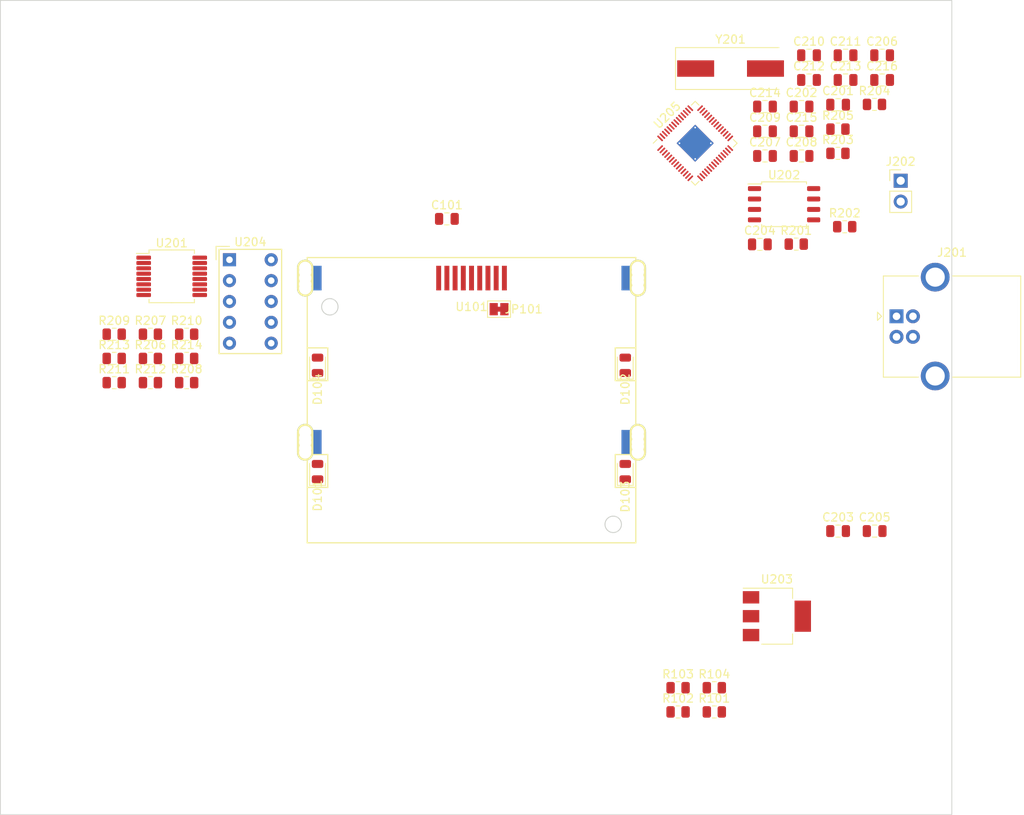
<source format=kicad_pcb>
(kicad_pcb (version 20211014) (generator pcbnew)
  (layers (0 "F.Cu" signal) (31 "B.Cu" signal) (34 "B.Paste" user) (35 "F.Paste" user) (36 "B.SilkS" user "B.Silkscreen") (37 "F.SilkS" user "F.Silkscreen") (38 "B.Mask" user) (39 "F.Mask" user) (44 "Edge.Cuts" user))
  (net 0 "")
  (net 1 "VBUS")
  (net 2 "+3.3V")
  (net 3 "Net-(D101-Pad2)")
  (net 4 "GND")
  (net 5 "Net-(D102-Pad2)")
  (net 6 "Net-(D103-Pad2)")
  (net 7 "Net-(D104-Pad2)")
  (net 8 "Net-(J202-Pad1)")
  (net 9 "Net-(R204-Pad1)")
  (net 10 "Net-(JP101-Pad1)")
  (net 15 "Net-(C101-Pad1)")
  (net 16 "/MCU/XIN")
  (net 17 "Net-(C202-Pad2)")
  (net 18 "/MCU/XOUT")
  (net 19 "Net-(R205-Pad1)")
  (net 20 "+1V1")
  (net 21 "+3V3")
  (net 22 "/MCU/USB_D+")
  (net 24 "/MCU/USB_D-")
  (net 27 "Net-(U201-Pad4)")
  (net 28 "Net-(U204-Pad10)")
  (net 29 "Net-(U201-Pad6)")
  (net 30 "Net-(U204-Pad8)")
  (net 31 "Net-(U201-Pad9)")
  (net 32 "Net-(U204-Pad4)")
  (net 33 "Net-(U201-Pad11)")
  (net 34 "Net-(U204-Pad3)")
  (net 35 "Net-(U201-Pad5)")
  (net 37 "Net-(U204-Pad9)")
  (net 38 "Net-(U201-Pad7)")
  (net 39 "Net-(U204-Pad5)")
  (net 40 "Net-(U201-Pad10)")
  (net 41 "Net-(U204-Pad2)")
  (net 42 "Net-(U201-Pad12)")
  (net 43 "Net-(U204-Pad7)")
  (net 44 "/MCU/SCL")
  (net 45 "/MCU/SDA")
  (net 53 "/MCU/QSPI_SS")
  (net 54 "/MCU/QSPI_SD3")
  (net 55 "/MCU/QSPI_SCLK")
  (net 56 "/MCU/QSPI_SD0")
  (net 57 "/MCU/QSPI_SD2")
  (net 58 "/MCU/QSPI_SD1")
  (footprint "Resistor_SMD:R_0805_2012Metric" (layer "F.Cu") (at 111.32 100)
    (fp_text reference "R214" (at 0 -1.65) (layer "F.SilkS"))
    (fp_text value "240")
    (fp_line (start -0.227064 0.735) (end 0.227064 0.735) (layer "F.SilkS") (width 0.12))
    (fp_line (start -0.227064 -0.735) (end 0.227064 -0.735) (layer "F.SilkS") (width 0.12))
    (pad "1" smd roundrect (at -0.9125 0) (size 1.025 1.4) (layers "F.Cu" "F.Paste" "F.Mask") (roundrect_rratio 0.243902) (net 42 "Net-(U201-Pad12)"))
    (pad "2" smd roundrect (at 0.9125 0) (size 1.025 1.4) (layers "F.Cu" "F.Paste" "F.Mask") (roundrect_rratio 0.243902) (net 43 "Net-(U204-Pad7)"))
  )
  (footprint "Resistor_SMD:R_0805_2012Metric" (layer "F.Cu") (at 195.057 69.058)
    (fp_text reference "R204" (at 0 -1.65) (layer "F.SilkS"))
    (fp_text value "27")
    (fp_line (start -0.227064 0.735) (end 0.227064 0.735) (layer "F.SilkS") (width 0.12))
    (fp_line (start -0.227064 -0.735) (end 0.227064 -0.735) (layer "F.SilkS") (width 0.12))
    (pad "1" smd roundrect (at -0.9125 0) (size 1.025 1.4) (layers "F.Cu" "F.Paste" "F.Mask") (roundrect_rratio 0.243902) (net 9 "Net-(R204-Pad1)"))
    (pad "2" smd roundrect (at 0.9125 0) (size 1.025 1.4) (layers "F.Cu" "F.Paste" "F.Mask") (roundrect_rratio 0.243902) (net 22 "/MCU/USB_D+"))
  )
  (footprint "LED_SMD:LED_0805_2012Metric" (layer "F.Cu") (at 127.254 113.792 90)
    (fp_text reference "D101" (at -2.921 0 90) (layer "F.SilkS"))
    (fp_text value "BL1")
    (fp_line (start 1 -0.96) (end -1.685 -0.96) (layer "F.SilkS") (width 0.12))
    (fp_line (start -1.685 -0.96) (end -1.685 0.96) (layer "F.SilkS") (width 0.12))
    (fp_line (start -1.685 0.96) (end 1 0.96) (layer "F.SilkS") (width 0.12))
    (pad "1" smd roundrect (at -0.9375 0 90) (size 0.975 1.4) (layers "F.Cu" "F.Paste" "F.Mask") (net 21 "+3V3"))
    (pad "2" smd roundrect (at 0.9375 0 90) (size 0.975 1.4) (layers "F.Cu" "F.Paste" "F.Mask") (net 3 "Net-(D101-Pad2)"))
  )
  (footprint "Capacitor_SMD:C_0805_2012Metric" (layer "F.Cu") (at 191.537 66.078)
    (fp_text reference "C213" (at 0 -1.68) (layer "F.SilkS"))
    (fp_text value "100n")
    (fp_line (start -0.261252 -0.735) (end 0.261252 -0.735) (layer "F.SilkS") (width 0.12))
    (fp_line (start -0.261252 0.735) (end 0.261252 0.735) (layer "F.SilkS") (width 0.12))
    (pad "1" smd roundrect (at -0.95 0) (size 1 1.45) (layers "F.Cu" "F.Paste" "F.Mask") (net 4 "GND"))
    (pad "2" smd roundrect (at 0.95 0) (size 1 1.45) (layers "F.Cu" "F.Paste" "F.Mask") (net 21 "+3V3"))
  )
  (footprint "Capacitor_SMD:C_0805_2012Metric" (layer "F.Cu") (at 195.987 66.078)
    (fp_text reference "C216" (at 0 -1.68) (layer "F.SilkS"))
    (fp_text value "1u")
    (fp_line (start -0.261252 0.735) (end 0.261252 0.735) (layer "F.SilkS") (width 0.12))
    (fp_line (start -0.261252 -0.735) (end 0.261252 -0.735) (layer "F.SilkS") (width 0.12))
    (pad "1" smd roundrect (at -0.95 0) (size 1 1.45) (layers "F.Cu" "F.Paste" "F.Mask") (net 4 "GND"))
    (pad "2" smd roundrect (at 0.95 0) (size 1 1.45) (layers "F.Cu" "F.Paste" "F.Mask") (net 21 "+3V3"))
  )
  (footprint "Capacitor_SMD:C_0805_2012Metric" (layer "F.Cu") (at 195.077 121.031)
    (fp_text reference "C205" (at 0 -1.68) (layer "F.SilkS"))
    (fp_text value "10u")
    (fp_line (start -0.261252 0.735) (end 0.261252 0.735) (layer "F.SilkS") (width 0.12))
    (fp_line (start -0.261252 -0.735) (end 0.261252 -0.735) (layer "F.SilkS") (width 0.12))
    (pad "1" smd roundrect (at -0.95 0) (size 1 1.45) (layers "F.Cu" "F.Paste" "F.Mask") (net 4 "GND"))
    (pad "2" smd roundrect (at 0.95 0) (size 1 1.45) (layers "F.Cu" "F.Paste" "F.Mask") (net 2 "+3.3V"))
  )
  (footprint "Capacitor_SMD:C_0805_2012Metric" (layer "F.Cu") (at 181.727 72.328)
    (fp_text reference "C209" (at 0 -1.68) (layer "F.SilkS"))
    (fp_text value "100n")
    (fp_line (start -0.261252 -0.735) (end 0.261252 -0.735) (layer "F.SilkS") (width 0.12))
    (fp_line (start -0.261252 0.735) (end 0.261252 0.735) (layer "F.SilkS") (width 0.12))
    (pad "1" smd roundrect (at -0.95 0) (size 1 1.45) (layers "F.Cu" "F.Paste" "F.Mask") (net 4 "GND"))
    (pad "2" smd roundrect (at 0.95 0) (size 1 1.45) (layers "F.Cu" "F.Paste" "F.Mask") (net 21 "+3V3"))
  )
  (footprint "Resistor_SMD:R_0805_2012Metric" (layer "F.Cu") (at 102.5 100)
    (fp_text reference "R213" (at 0 -1.65) (layer "F.SilkS"))
    (fp_text value "240")
    (fp_line (start -0.227064 0.735) (end 0.227064 0.735) (layer "F.SilkS") (width 0.12))
    (fp_line (start -0.227064 -0.735) (end 0.227064 -0.735) (layer "F.SilkS") (width 0.12))
    (pad "1" smd roundrect (at -0.9125 0) (size 1.025 1.4) (layers "F.Cu" "F.Paste" "F.Mask") (roundrect_rratio 0.243902) (net 40 "Net-(U201-Pad10)"))
    (pad "2" smd roundrect (at 0.9125 0) (size 1.025 1.4) (layers "F.Cu" "F.Paste" "F.Mask") (roundrect_rratio 0.243902) (net 41 "Net-(U204-Pad2)"))
  )
  (footprint "Resistor_SMD:R_0805_2012Metric" (layer "F.Cu") (at 106.91 102.95)
    (fp_text reference "R212" (at 0 -1.65) (layer "F.SilkS"))
    (fp_text value "240")
    (fp_line (start -0.227064 -0.735) (end 0.227064 -0.735) (layer "F.SilkS") (width 0.12))
    (fp_line (start -0.227064 0.735) (end 0.227064 0.735) (layer "F.SilkS") (width 0.12))
    (pad "1" smd roundrect (at -0.9125 0) (size 1.025 1.4) (layers "F.Cu" "F.Paste" "F.Mask") (roundrect_rratio 0.243902) (net 38 "Net-(U201-Pad7)"))
    (pad "2" smd roundrect (at 0.9125 0) (size 1.025 1.4) (layers "F.Cu" "F.Paste" "F.Mask") (roundrect_rratio 0.243902) (net 39 "Net-(U204-Pad5)"))
  )
  (footprint "Resistor_SMD:R_0805_2012Metric" (layer "F.Cu") (at 106.91 97.05)
    (fp_text reference "R207" (at 0 -1.65) (layer "F.SilkS"))
    (fp_text value "240")
    (fp_line (start -0.227064 0.735) (end 0.227064 0.735) (layer "F.SilkS") (width 0.12))
    (fp_line (start -0.227064 -0.735) (end 0.227064 -0.735) (layer "F.SilkS") (width 0.12))
    (pad "1" smd roundrect (at -0.9125 0) (size 1.025 1.4) (layers "F.Cu" "F.Paste" "F.Mask") (roundrect_rratio 0.243902) (net 27 "Net-(U201-Pad4)"))
    (pad "2" smd roundrect (at 0.9125 0) (size 1.025 1.4) (layers "F.Cu" "F.Paste" "F.Mask") (roundrect_rratio 0.243902) (net 28 "Net-(U204-Pad10)"))
  )
  (footprint "Resistor_SMD:R_0805_2012Metric" (layer "F.Cu") (at 102.5 102.95)
    (fp_text reference "R211" (at 0 -1.65) (layer "F.SilkS"))
    (fp_text value "240")
    (fp_line (start -0.227064 0.735) (end 0.227064 0.735) (layer "F.SilkS") (width 0.12))
    (fp_line (start -0.227064 -0.735) (end 0.227064 -0.735) (layer "F.SilkS") (width 0.12))
    (pad "1" smd roundrect (at -0.9125 0) (size 1.025 1.4) (layers "F.Cu" "F.Paste" "F.Mask") (roundrect_rratio 0.243902) (net 35 "Net-(U201-Pad5)"))
    (pad "2" smd roundrect (at 0.9125 0) (size 1.025 1.4) (layers "F.Cu" "F.Paste" "F.Mask") (roundrect_rratio 0.243902) (net 37 "Net-(U204-Pad9)"))
  )
  (footprint "Resistor_SMD:R_0805_2012Metric" (layer "F.Cu") (at 171.147 140.111)
    (fp_text reference "R103" (at 0 -1.65) (layer "F.SilkS"))
    (fp_text value "450")
    (fp_line (start -0.227064 -0.735) (end 0.227064 -0.735) (layer "F.SilkS") (width 0.12))
    (fp_line (start -0.227064 0.735) (end 0.227064 0.735) (layer "F.SilkS") (width 0.12))
    (pad "1" smd roundrect (at -0.9125 0) (size 1.025 1.4) (layers "F.Cu" "F.Paste" "F.Mask") (roundrect_rratio 0.243902) (net 4 "GND"))
    (pad "2" smd roundrect (at 0.9125 0) (size 1.025 1.4) (layers "F.Cu" "F.Paste" "F.Mask") (roundrect_rratio 0.243902) (net 6 "Net-(D103-Pad2)"))
  )
  (footprint "Capacitor_SMD:C_0805_2012Metric" (layer "F.Cu") (at 190.627 121.031)
    (fp_text reference "C203" (at 0 -1.68) (layer "F.SilkS"))
    (fp_text value "10u")
    (fp_line (start -0.261252 0.735) (end 0.261252 0.735) (layer "F.SilkS") (width 0.12))
    (fp_line (start -0.261252 -0.735) (end 0.261252 -0.735) (layer "F.SilkS") (width 0.12))
    (pad "1" smd roundrect (at -0.95 0) (size 1 1.45) (layers "F.Cu" "F.Paste" "F.Mask") (net 4 "GND"))
    (pad "2" smd roundrect (at 0.95 0) (size 1 1.45) (layers "F.Cu" "F.Paste" "F.Mask") (net 1 "VBUS"))
  )
  (footprint "Resistor_SMD:R_0805_2012Metric" (layer "F.Cu") (at 190.607 75.018)
    (fp_text reference "R203" (at 0 -1.65) (layer "F.SilkS"))
    (fp_text value "1k")
    (fp_line (start -0.227064 -0.735) (end 0.227064 -0.735) (layer "F.SilkS") (width 0.12))
    (fp_line (start -0.227064 0.735) (end 0.227064 0.735) (layer "F.SilkS") (width 0.12))
    (pad "1" smd roundrect (at -0.9125 0) (size 1.025 1.4) (layers "F.Cu" "F.Paste" "F.Mask") (roundrect_rratio 0.243902) (net 17 "Net-(C202-Pad2)"))
    (pad "2" smd roundrect (at 0.9125 0) (size 1.025 1.4) (layers "F.Cu" "F.Paste" "F.Mask") (roundrect_rratio 0.243902) (net 18 "/MCU/XOUT"))
  )
  (footprint "Capacitor_SMD:C_0805_2012Metric" (layer "F.Cu") (at 187.087 63.068)
    (fp_text reference "C210" (at 0 -1.68) (layer "F.SilkS"))
    (fp_text value "100n")
    (fp_line (start -0.261252 0.735) (end 0.261252 0.735) (layer "F.SilkS") (width 0.12))
    (fp_line (start -0.261252 -0.735) (end 0.261252 -0.735) (layer "F.SilkS") (width 0.12))
    (pad "1" smd roundrect (at -0.95 0) (size 1 1.45) (layers "F.Cu" "F.Paste" "F.Mask") (net 4 "GND"))
    (pad "2" smd roundrect (at 0.95 0) (size 1 1.45) (layers "F.Cu" "F.Paste" "F.Mask") (net 21 "+3V3"))
  )
  (footprint "Connector_PinHeader_2.54mm:PinHeader_1x02_P2.54mm_Vertical" (layer "F.Cu") (at 198.247 78.354)
    (fp_text reference "J202" (at 0 -2.33) (layer "F.SilkS"))
    (fp_text value "USB_BOOT")
    (fp_line (start -1.33 1.27) (end 1.33 1.27) (layer "F.SilkS") (width 0.12))
    (fp_line (start -1.33 1.27) (end -1.33 3.87) (layer "F.SilkS") (width 0.12))
    (fp_line (start -1.33 -1.33) (end 0 -1.33) (layer "F.SilkS") (width 0.12))
    (fp_line (start -1.33 3.87) (end 1.33 3.87) (layer "F.SilkS") (width 0.12))
    (fp_line (start -1.33 0) (end -1.33 -1.33) (layer "F.SilkS") (width 0.12))
    (fp_line (start 1.33 1.27) (end 1.33 3.87) (layer "F.SilkS") (width 0.12))
    (pad "1" thru_hole rect (at 0 0) (size 1.7 1.7) (drill 1) (layers *.Cu *.Mask) (net 8 "Net-(J202-Pad1)"))
    (pad "2" thru_hole oval (at 0 2.54) (size 1.7 1.7) (drill 1) (layers *.Cu *.Mask) (net 4 "GND"))
  )
  (footprint "Capacitor_SMD:C_0805_2012Metric" (layer "F.Cu") (at 195.987 63.068)
    (fp_text reference "C206" (at 0 -1.68) (layer "F.SilkS"))
    (fp_text value "1u")
    (fp_line (start -0.261252 0.735) (end 0.261252 0.735) (layer "F.SilkS") (width 0.12))
    (fp_line (start -0.261252 -0.735) (end 0.261252 -0.735) (layer "F.SilkS") (width 0.12))
    (pad "1" smd roundrect (at -0.95 0) (size 1 1.45) (layers "F.Cu" "F.Paste" "F.Mask") (net 4 "GND"))
    (pad "2" smd roundrect (at 0.95 0) (size 1 1.45) (layers "F.Cu" "F.Paste" "F.Mask") (net 20 "+1V1"))
  )
  (footprint "Resistor_SMD:R_0805_2012Metric" (layer "F.Cu") (at 175.557 143.061)
    (fp_text reference "R101" (at 0 -1.65) (layer "F.SilkS"))
    (fp_text value "450")
    (fp_line (start -0.227064 -0.735) (end 0.227064 -0.735) (layer "F.SilkS") (width 0.12))
    (fp_line (start -0.227064 0.735) (end 0.227064 0.735) (layer "F.SilkS") (width 0.12))
    (pad "1" smd roundrect (at -0.9125 0) (size 1.025 1.4) (layers "F.Cu" "F.Paste" "F.Mask") (roundrect_rratio 0.243902) (net 4 "GND"))
    (pad "2" smd roundrect (at 0.9125 0) (size 1.025 1.4) (layers "F.Cu" "F.Paste" "F.Mask") (roundrect_rratio 0.243902) (net 3 "Net-(D101-Pad2)"))
  )
  (footprint "Display_7Segment:HDSP-7401" (layer "F.Cu") (at 116.5325 87.9825)
    (fp_text reference "U204" (at 2.54 -2.159) (layer "F.SilkS"))
    (fp_text value "HDSP-7401")
    (fp_line (start -1.63 0) (end -1.63 -1.63) (layer "F.SilkS") (width 0.12))
    (fp_line (start -1.27 -1.27) (end -1.27 11.43) (layer "F.SilkS") (width 0.15))
    (fp_line (start -1.27 11.43) (end 6.35 11.43) (layer "F.SilkS") (width 0.15))
    (fp_line (start -1.63 -1.63) (end 0 -1.63) (layer "F.SilkS") (width 0.12))
    (fp_line (start 6.35 -1.27) (end -1.27 -1.27) (layer "F.SilkS") (width 0.15))
    (fp_line (start 6.35 11.43) (end 6.35 -1.27) (layer "F.SilkS") (width 0.15))
    (pad "1" thru_hole rect (at 0 0) (size 1.6 1.6) (drill 0.8) (layers *.Cu *.Mask) (net 4 "GND"))
    (pad "2" thru_hole circle (at 0 2.54) (size 1.6 1.6) (drill 0.8) (layers *.Cu *.Mask) (net 41 "Net-(U204-Pad2)"))
    (pad "3" thru_hole circle (at 0 5.08) (size 1.6 1.6) (drill 0.8) (layers *.Cu *.Mask) (net 34 "Net-(U204-Pad3)"))
    (pad "4" thru_hole circle (at 0 7.62) (size 1.6 1.6) (drill 0.8) (layers *.Cu *.Mask) (net 32 "Net-(U204-Pad4)"))
    (pad "5" thru_hole circle (at 0 10.16) (size 1.6 1.6) (drill 0.8) (layers *.Cu *.Mask) (net 39 "Net-(U204-Pad5)"))
    (pad "6" thru_hole circle (at 5.08 10.16) (size 1.6 1.6) (drill 0.8) (layers *.Cu *.Mask) (net 4 "GND"))
    (pad "7" thru_hole circle (at 5.08 7.62) (size 1.6 1.6) (drill 0.8) (layers *.Cu *.Mask) (net 43 "Net-(U204-Pad7)"))
    (pad "8" thru_hole circle (at 5.08 5.08) (size 1.6 1.6) (drill 0.8) (layers *.Cu *.Mask) (net 30 "Net-(U204-Pad8)"))
    (pad "9" thru_hole circle (at 5.08 2.54) (size 1.6 1.6) (drill 0.8) (layers *.Cu *.Mask) (net 37 "Net-(U204-Pad9)"))
    (pad "10" thru_hole circle (at 5.08 0) (size 1.6 1.6) (drill 0.8) (layers *.Cu *.Mask) (net 28 "Net-(U204-Pad10)"))
  )
  (footprint "Capacitor_SMD:C_0805_2012Metric" (layer "F.Cu") (at 143 83)
    (fp_text reference "C101" (at 0 -1.68) (layer "F.SilkS"))
    (fp_text value "4.7uf")
    (fp_line (start -0.261252 0.735) (end 0.261252 0.735) (layer "F.SilkS") (width 0.12))
    (fp_line (start -0.261252 -0.735) (end 0.261252 -0.735) (layer "F.SilkS") (width 0.12))
    (pad "1" smd roundrect (at -0.95 0) (size 1 1.45) (layers "F.Cu" "F.Paste" "F.Mask") (net 15 "Net-(C101-Pad1)"))
    (pad "2" smd roundrect (at 0.95 0) (size 1 1.45) (layers "F.Cu" "F.Paste" "F.Mask") (net 4 "GND"))
  )
  (footprint "Package_DFN_QFN:QFN-56-1EP_7x7mm_P0.4mm_EP3.2x3.2mm_ThermalVias" (layer "F.Cu") (at 173.228 73.787 45)
    (fp_text reference "U205" (at 0 -4.82 45) (layer "F.SilkS"))
    (fp_text value "RP2040")
    (fp_line (start 3.61 3.61) (end 3.61 2.96) (layer "F.SilkS") (width 0.12))
    (fp_line (start 3.61 -3.61) (end 3.61 -2.96) (layer "F.SilkS") (width 0.12))
    (fp_line (start -2.96 -3.61) (end -3.61 -3.61) (layer "F.SilkS") (width 0.12))
    (fp_line (start 2.96 -3.61) (end 3.61 -3.61) (layer "F.SilkS") (width 0.12))
    (fp_line (start -2.96 3.61) (end -3.61 3.61) (layer "F.SilkS") (width 0.12))
    (fp_line (start 2.96 3.61) (end 3.61 3.61) (layer "F.SilkS") (width 0.12))
    (fp_line (start -3.61 3.61) (end -3.61 2.96) (layer "F.SilkS") (width 0.12))
    (pad "1" smd roundrect locked (at -3.4375 -2.6 45) (size 0.875 0.2) (layers "F.Cu" "F.Paste" "F.Mask") (net 21 "+3V3"))
    (pad "2" smd roundrect locked (at -3.4375 -2.2 45) (size 0.875 0.2) (layers "F.Cu" "F.Paste" "F.Mask"))
    (pad "3" smd roundrect locked (at -3.4375 -1.8 45) (size 0.875 0.2) (layers "F.Cu" "F.Paste" "F.Mask"))
    (pad "4" smd roundrect locked (at -3.4375 -1.4 45) (size 0.875 0.2) (layers "F.Cu" "F.Paste" "F.Mask"))
    (pad "5" smd roundrect locked (at -3.4375 -1 45) (size 0.875 0.2) (layers "F.Cu" "F.Paste" "F.Mask"))
    (pad "6" smd roundrect locked (at -3.4375 -0.6 45) (size 0.875 0.2) (layers "F.Cu" "F.Paste" "F.Mask") (net 45 "/MCU/SDA"))
    (pad "7" smd roundrect locked (at -3.4375 -0.2 45) (size 0.875 0.2) (layers "F.Cu" "F.Paste" "F.Mask") (net 44 "/MCU/SCL"))
    (pad "8" smd roundrect locked (at -3.4375 0.2 45) (size 0.875 0.2) (layers "F.Cu" "F.Paste" "F.Mask"))
    (pad "9" smd roundrect locked (at -3.4375 0.6 45) (size 0.875 0.2) (layers "F.Cu" "F.Paste" "F.Mask"))
    (pad "10" smd roundrect locked (at -3.4375 1 45) (size 0.875 0.2) (layers "F.Cu" "F.Paste" "F.Mask") (net 21 "+3V3"))
    (pad "11" smd roundrect locked (at -3.4375 1.4 45) (size 0.875 0.2) (layers "F.Cu" "F.Paste" "F.Mask"))
    (pad "12" smd roundrect locked (at -3.4375 1.8 45) (size 0.875 0.2) (layers "F.Cu" "F.Paste" "F.Mask"))
    (pad "13" smd roundrect locked (at -3.4375 2.2 45) (size 0.875 0.2) (layers "F.Cu" "F.Paste" "F.Mask"))
    (pad "14" smd roundrect locked (at -3.4375 2.6 45) (size 0.875 0.2) (layers "F.Cu" "F.Paste" "F.Mask"))
    (pad "15" smd roundrect locked (at -2.6 3.4375 45) (size 0.2 0.875) (layers "F.Cu" "F.Paste" "F.Mask"))
    (pad "16" smd roundrect locked (at -2.2 3.4375 45) (size 0.2 0.875) (layers "F.Cu" "F.Paste" "F.Mask"))
    (pad "17" smd roundrect locked (at -1.8 3.4375 45) (size 0.2 0.875) (layers "F.Cu" "F.Paste" "F.Mask"))
    (pad "18" smd roundrect locked (at -1.4 3.4375 45) (size 0.2 0.875) (layers "F.Cu" "F.Paste" "F.Mask"))
    (pad "19" smd roundrect locked (at -1 3.4375 45) (size 0.2 0.875) (layers "F.Cu" "F.Paste" "F.Mask") (net 4 "GND"))
    (pad "20" smd roundrect locked (at -0.6 3.4375 45) (size 0.2 0.875) (layers "F.Cu" "F.Paste" "F.Mask") (net 16 "/MCU/XIN"))
    (pad "21" smd roundrect locked (at -0.2 3.4375 45) (size 0.2 0.875) (layers "F.Cu" "F.Paste" "F.Mask") (net 18 "/MCU/XOUT"))
    (pad "22" smd roundrect locked (at 0.2 3.4375 45) (size 0.2 0.875) (layers "F.Cu" "F.Paste" "F.Mask") (net 21 "+3V3"))
    (pad "23" smd roundrect locked (at 0.6 3.4375 45) (size 0.2 0.875) (layers "F.Cu" "F.Paste" "F.Mask") (net 20 "+1V1"))
    (pad "24" smd roundrect locked (at 1 3.4375 45) (size 0.2 0.875) (layers "F.Cu" "F.Paste" "F.Mask"))
    (pad "25" smd roundrect locked (at 1.4 3.4375 45) (size 0.2 0.875) (layers "F.Cu" "F.Paste" "F.Mask"))
    (pad "26" smd roundrect locked (at 1.8 3.4375 45) (size 0.2 0.875) (layers "F.Cu" "F.Paste" "F.Mask"))
    (pad "27" smd roundrect locked (at 2.2 3.4375 45) (size 0.2 0.875) (layers "F.Cu" "F.Paste" "F.Mask"))
    (pad "28" smd roundrect locked (at 2.6 3.4375 45) (size 0.2 0.875) (layers "F.Cu" "F.Paste" "F.Mask"))
    (pad "29" smd roundrect locked (at 3.4375 2.6 45) (size 0.875 0.2) (layers "F.Cu" "F.Paste" "F.Mask"))
    (pad "30" smd roundrect locked (at 3.4375 2.2 45) (size 0.875 0.2) (layers "F.Cu" "F.Paste" "F.Mask"))
    (pad "31" smd roundrect locked (at 3.4375 1.8 45) (size 0.875 0.2) (layers "F.Cu" "F.Paste" "F.Mask"))
    (pad "32" smd roundrect locked (at 3.4375 1.4 45) (size 0.875 0.2) (layers "F.Cu" "F.Paste" "F.Mask"))
    (pad "33" smd roundrect locked (at 3.4375 1 45) (size 0.875 0.2) (layers "F.Cu" "F.Paste" "F.Mask") (net 21 "+3V3"))
    (pad "34" smd roundrect locked (at 3.4375 0.6 45) (size 0.875 0.2) (layers "F.Cu" "F.Paste" "F.Mask"))
    (pad "35" smd roundrect locked (at 3.4375 0.2 45) (size 0.875 0.2) (layers "F.Cu" "F.Paste" "F.Mask"))
    (pad "36" smd roundrect locked (at 3.4375 -0.2 45) (size 0.875 0.2) (layers "F.Cu" "F.Paste" "F.Mask"))
    (pad "37" smd roundrect locked (at 3.4375 -0.6 45) (size 0.875 0.2) (layers "F.Cu" "F.Paste" "F.Mask"))
    (pad "38" smd roundrect locked (at 3.4375 -1 45) (size 0.875 0.2) (layers "F.Cu" "F.Paste" "F.Mask"))
    (pad "39" smd roundrect locked (at 3.4375 -1.4 45) (size 0.875 0.2) (layers "F.Cu" "F.Paste" "F.Mask"))
    (pad "40" smd roundrect locked (at 3.4375 -1.8 45) (size 0.875 0.2) (layers "F.Cu" "F.Paste" "F.Mask"))
    (pad "41" smd roundrect locked (at 3.4375 -2.2 45) (size 0.875 0.2) (layers "F.Cu" "F.Paste" "F.Mask"))
    (pad "42" smd roundrect locked (at 3.4375 -2.6 45) (size 0.875 0.2) (layers "F.Cu" "F.Paste" "F.Mask") (net 21 "+3V3"))
    (pad "43" smd roundrect locked (at 2.6 -3.4375 45) (size 0.2 0.875) (layers "F.Cu" "F.Paste" "F.Mask") (net 21 "+3V3"))
    (pad "44" smd roundrect locked (at 2.2 -3.4375 45) (size 0.2 0.875) (layers "F.Cu" "F.Paste" "F.Mask") (net 21 "+3V3"))
    (pad "45" smd roundrect locked (at 1.8 -3.4375 45) (size 0.2 0.875) (layers "F.Cu" "F.Paste" "F.Mask") (net 20 "+1V1"))
    (pad "46" smd roundrect locked (at 1.4 -3.4375 45) (size 0.2 0.875) (layers "F.Cu" "F.Paste" "F.Mask") (net 19 "Net-(R205-Pad1)"))
    (pad "47" smd roundrect locked (at 1 -3.4375 45) (size 0.2 0.875) (layers "F.Cu" "F.Paste" "F.Mask") (net 9 "Net-(R204-Pad1)"))
    (pad "48" smd roundrect locked (at 0.6 -3.4375 45) (size 0.2 0.875) (layers "F.Cu" "F.Paste" "F.Mask") (net 21 "+3V3"))
    (pad "49" smd roundrect locked (at 0.2 -3.4375 45) (size 0.2 0.875) (layers "F.Cu" "F.Paste" "F.Mask") (net 21 "+3V3"))
    (pad "50" smd roundrect locked (at -0.2 -3.4375 45) (size 0.2 0.875) (layers "F.Cu" "F.Paste" "F.Mask") (net 20 "+1V1"))
    (pad "51" smd roundrect locked (at -0.6 -3.4375 45) (size 0.2 0.875) (layers "F.Cu" "F.Paste" "F.Mask") (net 54 "/MCU/QSPI_SD3"))
    (pad "52" smd roundrect locked (at -1 -3.4375 45) (size 0.2 0.875) (layers "F.Cu" "F.Paste" "F.Mask") (net 55 "/MCU/QSPI_SCLK"))
    (pad "53" smd roundrect locked (at -1.4 -3.4375 45) (size 0.2 0.875) (layers "F.Cu" "F.Paste" "F.Mask") (net 56 "/MCU/QSPI_SD0"))
    (pad "54" smd roundrect locked (at -1.8 -3.4375 45) (size 0.2 0.875) (layers "F.Cu" "F.Paste" "F.Mask") (net 57 "/MCU/QSPI_SD2"))
    (pad "55" smd roundrect locked (at -2.2 -3.4375 45) (size 0.2 0.875) (layers "F.Cu" "F.Paste" "F.Mask") (net 58 "/MCU/QSPI_SD1"))
    (pad "56" smd roundrect locked (at -2.6 -3.4375 45) (size 0.2 0.875) (layers "F.Cu" "F.Paste" "F.Mask") (net 53 "/MCU/QSPI_SS"))
    (pad "57" smd rect locked (at 0 0 45) (size 3.2 3.2) (layers "B.Cu") (net 4 "GND"))
    (pad "57" thru_hole circle locked (at -1.35 1.35 45) (size 0.5 0.5) (drill 0.2) (layers *.Cu) (net 4 "GND"))
    (pad "57" thru_hole circle locked (at -1.35 -1.35 45) (size 0.5 0.5) (drill 0.2) (layers *.Cu) (net 4 "GND"))
    (pad "57" thru_hole circle locked (at 1.35 -1.35 45) (size 0.5 0.5) (drill 0.2) (layers *.Cu) (net 4 "GND"))
    (pad "57" thru_hole circle locked (at 1.35 1.35 45) (size 0.5 0.5) (drill 0.2) (layers *.Cu) (net 4 "GND"))
    (pad "57" smd rect locked (at 0 0 45) (size 3.2 3.2) (layers "F.Cu" "F.Mask") (net 4 "GND"))
  )
  (footprint "Resistor_SMD:R_0805_2012Metric" (layer "F.Cu") (at 185.532 86.076)
    (fp_text reference "R201" (at 0 -1.65) (layer "F.SilkS"))
    (fp_text value "1k")
    (fp_line (start -0.227064 -0.735) (end 0.227064 -0.735) (layer "F.SilkS") (width 0.12))
    (fp_line (start -0.227064 0.735) (end 0.227064 0.735) (layer "F.SilkS") (width 0.12))
    (pad "1" smd roundrect (at -0.9125 0) (size 1.025 1.4) (layers "F.Cu" "F.Paste" "F.Mask") (roundrect_rratio 0.243902) (net 8 "Net-(J202-Pad1)"))
    (pad "2" smd roundrect (at 0.9125 0) (size 1.025 1.4) (layers "F.Cu" "F.Paste" "F.Mask") (roundrect_rratio 0.243902) (net 53 "/MCU/QSPI_SS"))
  )
  (footprint "LED_SMD:LED_0805_2012Metric" (layer "F.Cu") (at 127.254 100.838 90)
    (fp_text reference "D104" (at -2.921 0 90) (layer "F.SilkS"))
    (fp_text value "BL4")
    (fp_line (start -1.685 -0.96) (end -1.685 0.96) (layer "F.SilkS") (width 0.12))
    (fp_line (start 1 -0.96) (end -1.685 -0.96) (layer "F.SilkS") (width 0.12))
    (fp_line (start -1.685 0.96) (end 1 0.96) (layer "F.SilkS") (width 0.12))
    (pad "1" smd roundrect (at -0.9375 0 90) (size 0.975 1.4) (layers "F.Cu" "F.Paste" "F.Mask") (net 21 "+3V3"))
    (pad "2" smd roundrect (at 0.9375 0 90) (size 0.975 1.4) (layers "F.Cu" "F.Paste" "F.Mask") (net 7 "Net-(D104-Pad2)"))
  )
  (footprint "Capacitor_SMD:C_0805_2012Metric" (layer "F.Cu") (at 186.177 72.328)
    (fp_text reference "C215" (at 0 -1.68) (layer "F.SilkS"))
    (fp_text value "100n")
    (fp_line (start -0.261252 0.735) (end 0.261252 0.735) (layer "F.SilkS") (width 0.12))
    (fp_line (start -0.261252 -0.735) (end 0.261252 -0.735) (layer "F.SilkS") (width 0.12))
    (pad "1" smd roundrect (at -0.95 0) (size 1 1.45) (layers "F.Cu" "F.Paste" "F.Mask") (net 4 "GND"))
    (pad "2" smd roundrect (at 0.95 0) (size 1 1.45) (layers "F.Cu" "F.Paste" "F.Mask") (net 21 "+3V3"))
  )
  (footprint "Resistor_SMD:R_0805_2012Metric" (layer "F.Cu") (at 111.32 102.95)
    (fp_text reference "R208" (at 0 -1.65) (layer "F.SilkS"))
    (fp_text value "240")
    (fp_line (start -0.227064 -0.735) (end 0.227064 -0.735) (layer "F.SilkS") (width 0.12))
    (fp_line (start -0.227064 0.735) (end 0.227064 0.735) (layer "F.SilkS") (width 0.12))
    (pad "1" smd roundrect (at -0.9125 0) (size 1.025 1.4) (layers "F.Cu" "F.Paste" "F.Mask") (roundrect_rratio 0.243902) (net 29 "Net-(U201-Pad6)"))
    (pad "2" smd roundrect (at 0.9125 0) (size 1.025 1.4) (layers "F.Cu" "F.Paste" "F.Mask") (roundrect_rratio 0.243902) (net 30 "Net-(U204-Pad8)"))
  )
  (footprint "Resistor_SMD:R_0805_2012Metric" (layer "F.Cu") (at 191.432 83.956)
    (fp_text reference "R202" (at 0 -1.65) (layer "F.SilkS"))
    (fp_text value "DNP")
    (fp_line (start -0.227064 0.735) (end 0.227064 0.735) (layer "F.SilkS") (width 0.12))
    (fp_line (start -0.227064 -0.735) (end 0.227064 -0.735) (layer "F.SilkS") (width 0.12))
    (pad "1" smd roundrect (at -0.9125 0) (size 1.025 1.4) (layers "F.Cu" "F.Paste" "F.Mask") (roundrect_rratio 0.243902) (net 53 "/MCU/QSPI_SS"))
    (pad "2" smd roundrect (at 0.9125 0) (size 1.025 1.4) (layers "F.Cu" "F.Paste" "F.Mask") (roundrect_rratio 0.243902) (net 21 "+3V3"))
  )
  (footprint "Capacitor_SMD:C_0805_2012Metric" (layer "F.Cu") (at 186.177 69.318)
    (fp_text reference "C202" (at 0 -1.68) (layer "F.SilkS"))
    (fp_text value "27p")
    (fp_line (start -0.261252 0.735) (end 0.261252 0.735) (layer "F.SilkS") (width 0.12))
    (fp_line (start -0.261252 -0.735) (end 0.261252 -0.735) (layer "F.SilkS") (width 0.12))
    (pad "1" smd roundrect (at -0.95 0) (size 1 1.45) (layers "F.Cu" "F.Paste" "F.Mask") (net 4 "GND"))
    (pad "2" smd roundrect (at 0.95 0) (size 1 1.45) (layers "F.Cu" "F.Paste" "F.Mask") (net 17 "Net-(C202-Pad2)"))
  )
  (footprint "Resistor_SMD:R_0805_2012Metric" (layer "F.Cu") (at 102.5 97.05)
    (fp_text reference "R209" (at 0 -1.65) (layer "F.SilkS"))
    (fp_text value "240")
    (fp_line (start -0.227064 -0.735) (end 0.227064 -0.735) (layer "F.SilkS") (width 0.12))
    (fp_line (start -0.227064 0.735) (end 0.227064 0.735) (layer "F.SilkS") (width 0.12))
    (pad "1" smd roundrect (at -0.9125 0) (size 1.025 1.4) (layers "F.Cu" "F.Paste" "F.Mask") (roundrect_rratio 0.243902) (net 31 "Net-(U201-Pad9)"))
    (pad "2" smd roundrect (at 0.9125 0) (size 1.025 1.4) (layers "F.Cu" "F.Paste" "F.Mask") (roundrect_rratio 0.243902) (net 32 "Net-(U204-Pad4)"))
  )
  (footprint "LED_SMD:LED_0805_2012Metric" (layer "F.Cu") (at 164.719 100.838 90)
    (fp_text reference "D102" (at -2.921 0 90) (layer "F.SilkS"))
    (fp_text value "BL2")
    (fp_line (start -1.685 -0.96) (end -1.685 0.96) (layer "F.SilkS") (width 0.12))
    (fp_line (start -1.685 0.96) (end 1 0.96) (layer "F.SilkS") (width 0.12))
    (fp_line (start 1 -0.96) (end -1.685 -0.96) (layer "F.SilkS") (width 0.12))
    (pad "1" smd roundrect (at -0.9375 0 90) (size 0.975 1.4) (layers "F.Cu" "F.Paste" "F.Mask") (net 21 "+3V3"))
    (pad "2" smd roundrect (at 0.9375 0 90) (size 0.975 1.4) (layers "F.Cu" "F.Paste" "F.Mask") (net 5 "Net-(D102-Pad2)"))
  )
  (footprint "Capacitor_SMD:C_0805_2012Metric" (layer "F.Cu") (at 190.627 69.088)
    (fp_text reference "C201" (at 0 -1.68) (layer "F.SilkS"))
    (fp_text value "27p")
    (fp_line (start -0.261252 0.735) (end 0.261252 0.735) (layer "F.SilkS") (width 0.12))
    (fp_line (start -0.261252 -0.735) (end 0.261252 -0.735) (layer "F.SilkS") (width 0.12))
    (pad "1" smd roundrect (at -0.95 0) (size 1 1.45) (layers "F.Cu" "F.Paste" "F.Mask") (net 4 "GND"))
    (pad "2" smd roundrect (at 0.95 0) (size 1 1.45) (layers "F.Cu" "F.Paste" "F.Mask") (net 16 "/MCU/XIN"))
  )
  (footprint "Resistor_SMD:R_0805_2012Metric" (layer "F.Cu") (at 111.32 97.05)
    (fp_text reference "R210" (at 0 -1.65) (layer "F.SilkS"))
    (fp_text value "240")
    (fp_line (start -0.227064 -0.735) (end 0.227064 -0.735) (layer "F.SilkS") (width 0.12))
    (fp_line (start -0.227064 0.735) (end 0.227064 0.735) (layer "F.SilkS") (width 0.12))
    (pad "1" smd roundrect (at -0.9125 0) (size 1.025 1.4) (layers "F.Cu" "F.Paste" "F.Mask") (roundrect_rratio 0.243902) (net 33 "Net-(U201-Pad11)"))
    (pad "2" smd roundrect (at 0.9125 0) (size 1.025 1.4) (layers "F.Cu" "F.Paste" "F.Mask") (roundrect_rratio 0.243902) (net 34 "Net-(U204-Pad3)"))
  )
  (footprint "Resistor_SMD:R_0805_2012Metric" (layer "F.Cu") (at 175.557 140.111)
    (fp_text reference "R104" (at 0 -1.65) (layer "F.SilkS"))
    (fp_text value "450")
    (fp_line (start -0.227064 0.735) (end 0.227064 0.735) (layer "F.SilkS") (width 0.12))
    (fp_line (start -0.227064 -0.735) (end 0.227064 -0.735) (layer "F.SilkS") (width 0.12))
    (pad "1" smd roundrect (at -0.9125 0) (size 1.025 1.4) (layers "F.Cu" "F.Paste" "F.Mask") (roundrect_rratio 0.243902) (net 4 "GND"))
    (pad "2" smd roundrect (at 0.9125 0) (size 1.025 1.4) (layers "F.Cu" "F.Paste" "F.Mask") (roundrect_rratio 0.243902) (net 7 "Net-(D104-Pad2)"))
  )
  (footprint "Nokia_5110-3310_LCD:Nokia_5110-3310_LCD" (layer "F.Cu") (at 146 87.7125)
    (fp_text reference "U101" (at 0 6) (layer "F.SilkS"))
    (fp_text value "Nokia_5110_LCD")
    (fp_line (start -20 11) (end -17.5 11) (layer "F.SilkS") (width 0.15))
    (fp_line (start 17.5 15) (end 20 15) (layer "F.SilkS") (width 0.15))
    (fp_line (start 17.5 24) (end 17.5 28) (layer "F.SilkS") (width 0.15))
    (fp_line (start -20 24) (end -17.5 24) (layer "F.SilkS") (width 0.15))
    (fp_line (start -20 0) (end 20 0) (layer "F.SilkS") (width 0.15))
    (fp_line (start 17.5 28) (end 20 28) (layer "F.SilkS") (width 0.15))
    (fp_line (start -17.5 24) (end -17.5 28) (layer "F.SilkS") (width 0.15))
    (fp_line (start 17.5 11) (end 17.5 15) (layer "F.SilkS") (width 0.15))
    (fp_line (start 20 11) (end 17.5 11) (layer "F.SilkS") (width 0.15))
    (fp_line (start -20 0) (end -20 34.75) (layer "F.SilkS") (width 0.15))
    (fp_line (start 20 24) (end 17.5 24) (layer "F.SilkS") (width 0.15))
    (fp_line (start -17.5 11) (end -17.5 15) (layer "F.SilkS") (width 0.15))
    (fp_line (start 20 0) (end 20 34.75) (layer "F.SilkS") (width 0.15))
    (fp_line (start -17.5 28) (end -20 28) (layer "F.SilkS") (width 0.15))
    (fp_line (start -17.5 15) (end -20 15) (layer "F.SilkS") (width 0.15))
    (fp_line (start 20 34.75) (end -20 34.75) (layer "F.SilkS") (width 0.15))
    (fp_circle (center -17.25 6) (end -16.25 6) (layer "Edge.Cuts") (width 0.12) (fill none))
    (fp_circle (center 17.25 32.5) (end 18.25 32.5) (layer "Edge.Cuts") (width 0.12) (fill none))
    (pad "" np_thru_hole circle (at 20.25 3) (size 1.5 1.5) (drill 1.5) (layers *.Mask "B.Cu" "F.SilkS"))
    (pad "" np_thru_hole circle (at 20.25 21.75) (size 1.5 1.5) (drill 1.5) (layers *.Mask "B.Cu" "F.SilkS"))
    (pad "" np_thru_hole circle (at 20.25 3.75) (size 1.5 1.5) (drill 1.5) (layers *.Mask "B.Cu" "F.SilkS"))
    (pad "" np_thru_hole oval (at -20.25 22.5) (size 2 4.5) (drill 1.5) (layers *.Mask "B.Cu" "F.SilkS"))
    (pad "" np_thru_hole circle (at 20.25 23.75) (size 1.5 1.5) (drill 1.5) (layers *.Mask "B.Cu" "F.SilkS"))
    (pad "" np_thru_hole circle (at 20.25 1.75) (size 1.5 1.5) (drill 1.5) (layers *.Mask "B.Cu" "F.SilkS"))
    (pad "" np_thru_hole circle (at 20.25 21.25) (size 1.5 1.5) (drill 1.5) (layers *.Mask "B.Cu" "F.SilkS"))
    (pad "" np_thru_hole circle (at 20.25 1.25) (size 1.5 1.5) (drill 1.5) (layers *.Mask "B.Cu" "F.SilkS"))
    (pad "" np_thru_hole circle (at 20.25 23) (size 1.5 1.5) (drill 1.5) (layers *.Mask "B.Cu" "F.SilkS"))
    (pad "" np_thru_hole oval (at 20.25 22.5) (size 2 4.5) (drill 1.5) (layers *.Mask "B.Cu" "F.SilkS"))
    (pad "" np_thru_hole oval (at 20.25 2.5) (size 2 4.5) (drill 1.5) (layers *.Mask "B.Cu" "F.SilkS"))
    (pad "" np_thru_hole circle (at -20.25 23.75) (size 1.5 1.5) (drill 1.5) (layers *.Mask "B.Cu" "F.SilkS"))
    (pad "" np_thru_hole oval (at -20.25 2.5) (size 2 4.5) (drill 1.5) (layers *.Mask "B.Cu" "F.SilkS"))
    (pad "" np_thru_hole circle (at -20.25 3.25) (size 1.5 1.5) (drill 1.5) (layers *.Mask "B.Cu" "F.SilkS"))
    (pad "" np_thru_hole circle (at -20.25 1.25) (size 1.5 1.5) (drill 1.5) (layers *.Mask "B.Cu" "F.SilkS"))
    (pad "" np_thru_hole circle (at -20.25 23.25) (size 1.5 1.5) (drill 1.5) (layers *.Mask "B.Cu" "F.SilkS"))
    (pad "" np_thru_hole circle (at -20.25 3.75) (size 1.5 1.5) (drill 1.5) (layers *.Mask "B.Cu" "F.SilkS"))
    (pad "" np_thru_hole circle (at -20.25 21.25) (size 1.5 1.5) (drill 1.5) (layers *.Mask "B.Cu" "F.SilkS"))
    (pad "" np_thru_hole circle (at -20.25 22) (size 1.5 1.5) (drill 1.5) (layers *.Mask "B.Cu" "F.SilkS"))
    (pad "" np_thru_hole circle (at -20.25 1.75) (size 1.5 1.5) (drill 1.5) (layers *.Mask "B.Cu" "F.SilkS"))
    (pad "1" smd rect (at -4 2.5) (size 0.6 3) (layers "F.Cu" "F.Mask"))
    (pad "2" smd rect (at -3 2.5) (size 0.6 3) (layers "F.Cu" "F.Mask") (net 15 "Net-(C101-Pad1)"))
    (pad "3" smd rect (at -2 2.5) (size 0.6 3) (layers "F.Cu" "F.Mask") (net 4 "GND"))
    (pad "4" smd rect (at -1 2.5) (size 0.6 3) (layers "F.Cu" "F.Mask") (net 10 "Net-(JP101-Pad1)"))
    (pad "5" smd rect (at 0 2.5) (size 0.6 3) (layers "F.Cu" "F.Mask"))
    (pad "6" smd rect (at 1 2.5) (size 0.6 3) (layers "F.Cu" "F.Mask"))
    (pad "7" smd rect (at 2 2.5) (size 0.6 3) (layers "F.Cu" "F.Mask"))
    (pad "8" smd rect (at 3 2.5) (size 0.6 3) (layers "F.Cu" "F.Mask"))
    (pad "9" smd rect (at 4 2.5) (size 0.6 3) (layers "F.Cu" "F.Mask") (net 21 "+3V3"))
    (pad "SH" smd rect (at 19 22.5) (size 1.5 3) (layers "B.Cu" "B.Mask") (net 4 "GND"))
    (pad "SH" smd rect (at 19 2.5) (size 1.5 3) (layers "B.Cu" "B.Mask") (net 4 "GND"))
    (pad "SH" smd rect (at -19 22.5) (size 1.5 3) (layers "B.Cu" "B.Mask") (net 4 "GND"))
    (pad "SH" smd rect (at -19 2.5) (size 1.5 3) (layers "B.Cu" "B.Mask") (net 4 "GND"))
  )
  (footprint "Capacitor_SMD:C_0805_2012Metric" (layer "F.Cu") (at 181.727 69.318)
    (fp_text reference "C214" (at 0 -1.68) (layer "F.SilkS"))
    (fp_text value "100n")
    (fp_line (start -0.261252 -0.735) (end 0.261252 -0.735) (layer "F.SilkS") (width 0.12))
    (fp_line (start -0.261252 0.735) (end 0.261252 0.735) (layer "F.SilkS") (width 0.12))
    (pad "1" smd roundrect (at -0.95 0) (size 1 1.45) (layers "F.Cu" "F.Paste" "F.Mask") (net 4 "GND"))
    (pad "2" smd roundrect (at 0.95 0) (size 1 1.45) (layers "F.Cu" "F.Paste" "F.Mask") (net 21 "+3V3"))
  )
  (footprint "Capacitor_SMD:C_0805_2012Metric" (layer "F.Cu") (at 186.177 75.338)
    (fp_text reference "C208" (at 0 -1.68) (layer "F.SilkS"))
    (fp_text value "100n")
    (fp_line (start -0.261252 0.735) (end 0.261252 0.735) (layer "F.SilkS") (width 0.12))
    (fp_line (start -0.261252 -0.735) (end 0.261252 -0.735) (layer "F.SilkS") (width 0.12))
    (pad "1" smd roundrect (at -0.95 0) (size 1 1.45) (layers "F.Cu" "F.Paste" "F.Mask") (net 4 "GND"))
    (pad "2" smd roundrect (at 0.95 0) (size 1 1.45) (layers "F.Cu" "F.Paste" "F.Mask") (net 20 "+1V1"))
  )
  (footprint "Capacitor_SMD:C_0805_2012Metric" (layer "F.Cu") (at 181.102 86.106)
    (fp_text reference "C204" (at 0 -1.68) (layer "F.SilkS"))
    (fp_text value "100n")
    (fp_line (start -0.261252 0.735) (end 0.261252 0.735) (layer "F.SilkS") (width 0.12))
    (fp_line (start -0.261252 -0.735) (end 0.261252 -0.735) (layer "F.SilkS") (width 0.12))
    (pad "1" smd roundrect (at -0.95 0) (size 1 1.45) (layers "F.Cu" "F.Paste" "F.Mask") (net 4 "GND"))
    (pad "2" smd roundrect (at 0.95 0) (size 1 1.45) (layers "F.Cu" "F.Paste" "F.Mask") (net 21 "+3V3"))
  )
  (footprint "Capacitor_SMD:C_0805_2012Metric" (layer "F.Cu") (at 187.087 66.078)
    (fp_text reference "C212" (at 0 -1.68) (layer "F.SilkS"))
    (fp_text value "100n")
    (fp_line (start -0.261252 -0.735) (end 0.261252 -0.735) (layer "F.SilkS") (width 0.12))
    (fp_line (start -0.261252 0.735) (end 0.261252 0.735) (layer "F.SilkS") (width 0.12))
    (pad "1" smd roundrect (at -0.95 0) (size 1 1.45) (layers "F.Cu" "F.Paste" "F.Mask") (net 4 "GND"))
    (pad "2" smd roundrect (at 0.95 0) (size 1 1.45) (layers "F.Cu" "F.Paste" "F.Mask") (net 21 "+3V3"))
  )
  (footprint "Resistor_SMD:R_0805_2012Metric" (layer "F.Cu") (at 190.607 72.068)
    (fp_text reference "R205" (at 0 -1.65) (layer "F.SilkS"))
    (fp_text value "27")
    (fp_line (start -0.227064 -0.735) (end 0.227064 -0.735) (layer "F.SilkS") (width 0.12))
    (fp_line (start -0.227064 0.735) (end 0.227064 0.735) (layer "F.SilkS") (width 0.12))
    (pad "1" smd roundrect (at -0.9125 0) (size 1.025 1.4) (layers "F.Cu" "F.Paste" "F.Mask") (roundrect_rratio 0.243902) (net 19 "Net-(R205-Pad1)"))
    (pad "2" smd roundrect (at 0.9125 0) (size 1.025 1.4) (layers "F.Cu" "F.Paste" "F.Mask") (roundrect_rratio 0.243902) (net 24 "/MCU/USB_D-"))
  )
  (footprint "Resistor_SMD:R_0805_2012Metric" (layer "F.Cu") (at 171.147 143.061)
    (fp_text reference "R102" (at 0 -1.65) (layer "F.SilkS"))
    (fp_text value "450")
    (fp_line (start -0.227064 0.735) (end 0.227064 0.735) (layer "F.SilkS") (width 0.12))
    (fp_line (start -0.227064 -0.735) (end 0.227064 -0.735) (layer "F.SilkS") (width 0.12))
    (pad "1" smd roundrect (at -0.9125 0) (size 1.025 1.4) (layers "F.Cu" "F.Paste" "F.Mask") (roundrect_rratio 0.243902) (net 4 "GND"))
    (pad "2" smd roundrect (at 0.9125 0) (size 1.025 1.4) (layers "F.Cu" "F.Paste" "F.Mask") (roundrect_rratio 0.243902) (net 5 "Net-(D102-Pad2)"))
  )
  (footprint "Capacitor_SMD:C_0805_2012Metric" (layer "F.Cu") (at 191.537 63.068)
    (fp_text reference "C211" (at 0 -1.68) (layer "F.SilkS"))
    (fp_text value "100n")
    (fp_line (start -0.261252 -0.735) (end 0.261252 -0.735) (layer "F.SilkS") (width 0.12))
    (fp_line (start -0.261252 0.735) (end 0.261252 0.735) (layer "F.SilkS") (width 0.12))
    (pad "1" smd roundrect (at -0.95 0) (size 1 1.45) (layers "F.Cu" "F.Paste" "F.Mask") (net 4 "GND"))
    (pad "2" smd roundrect (at 0.95 0) (size 1 1.45) (layers "F.Cu" "F.Paste" "F.Mask") (net 21 "+3V3"))
  )
  (footprint "Package_TO_SOT_SMD:SOT-223-3_TabPin2" (layer "F.Cu") (at 183.177 131.401)
    (fp_text reference "U203" (at 0 -4.5) (layer "F.SilkS"))
    (fp_text value "NCP1117-3.3_SOT223")
    (fp_line (start 1.91 -3.41) (end 1.91 -2.15) (layer "F.SilkS") (width 0.12))
    (fp_line (start -1.85 3.41) (end 1.91 3.41) (layer "F.SilkS") (width 0.12))
    (fp_line (start -4.1 -3.41) (end 1.91 -3.41) (layer "F.SilkS") (width 0.12))
    (fp_line (start 1.91 3.41) (end 1.91 2.15) (layer "F.SilkS") (width 0.12))
    (pad "1" smd rect (at -3.15 -2.3) (size 2 1.5) (layers "F.Cu" "F.Paste" "F.Mask") (net 4 "GND"))
    (pad "2" smd rect (at -3.15 0) (size 2 1.5) (layers "F.Cu" "F.Paste" "F.Mask") (net 2 "+3.3V"))
    (pad "2" smd rect (at 3.15 0) (size 2 3.8) (layers "F.Cu" "F.Paste" "F.Mask") (net 2 "+3.3V"))
    (pad "3" smd rect (at -3.15 2.3) (size 2 1.5) (layers "F.Cu" "F.Paste" "F.Mask") (net 1 "VBUS"))
  )
  (footprint "Crystal:Crystal_SMD_HC49-SD" (layer "F.Cu") (at 177.537 64.688)
    (fp_text reference "Y201" (at 0 -3.55) (layer "F.SilkS"))
    (fp_text value "Crystal")
    (fp_line (start -6.7 -2.55) (end -6.7 2.55) (layer "F.SilkS") (width 0.12))
    (fp_line (start -6.7 2.55) (end 5.9 2.55) (layer "F.SilkS") (width 0.12))
    (fp_line (start 5.9 -2.55) (end -6.7 -2.55) (layer "F.SilkS") (width 0.12))
    (pad "1" smd rect (at -4.25 0) (size 4.5 2) (layers "F.Cu" "F.Paste" "F.Mask") (net 17 "Net-(C202-Pad2)"))
    (pad "2" smd rect (at 4.25 0) (size 4.5 2) (layers "F.Cu" "F.Paste" "F.Mask") (net 16 "/MCU/XIN"))
  )
  (footprint "Jumper:SolderJumper-2_P1.3mm_Bridged_Pad1.0x1.5mm" (layer "F.Cu") (at 149.35 94)
    (fp_text reference "JP101" (at 3 0) (layer "F.SilkS"))
    (fp_text value "SolderJumper_2_Bridged" hide)
    (fp_poly (pts (xy -0.25 -0.3) (xy 0.25 -0.3) (xy 0.25 0.3) (xy -0.25 0.3)) (layer "F.Cu") (width 0) (fill solid))
    (fp_line (start 1.4 1) (end -1.4 1) (layer "F.SilkS") (width 0.12))
    (fp_line (start -1.4 -1) (end 1.4 -1) (layer "F.SilkS") (width 0.12))
    (fp_line (start 1.4 -1) (end 1.4 1) (layer "F.SilkS") (width 0.12))
    (fp_line (start -1.4 1) (end -1.4 -1) (layer "F.SilkS") (width 0.12))
    (pad "1" smd rect (at -0.65 0) (size 1 1.5) (layers "F.Cu" "F.Mask") (net 10 "Net-(JP101-Pad1)"))
    (pad "2" smd rect (at 0.65 0) (size 1 1.5) (layers "F.Cu" "F.Mask") (net 21 "+3V3"))
  )
  (footprint "LED_SMD:LED_0805_2012Metric" (layer "F.Cu") (at 164.719 113.792 90)
    (fp_text reference "D103" (at -3.048 0 90) (layer "F.SilkS"))
    (fp_text value "BL3")
    (fp_line (start 1 -0.96) (end -1.685 -0.96) (layer "F.SilkS") (width 0.12))
    (fp_line (start -1.685 0.96) (end 1 0.96) (layer "F.SilkS") (width 0.12))
    (fp_line (start -1.685 -0.96) (end -1.685 0.96) (layer "F.SilkS") (width 0.12))
    (pad "1" smd roundrect (at -0.9375 0 90) (size 0.975 1.4) (layers "F.Cu" "F.Paste" "F.Mask") (net 21 "+3V3"))
    (pad "2" smd roundrect (at 0.9375 0 90) (size 0.975 1.4) (layers "F.Cu" "F.Paste" "F.Mask") (net 6 "Net-(D103-Pad2)"))
  )
  (footprint "Package_SO:SOIC-8_5.23x5.23mm_P1.27mm" (layer "F.Cu") (at 184.052 81.216)
    (fp_text reference "U202" (at 0 -3.56) (layer "F.SilkS"))
    (fp_text value "W25Q128JVS")
    (fp_line (start 2.725 -2.725) (end 2.725 -2.465) (layer "F.SilkS") (width 0.12))
    (fp_line (start 0 2.725) (end -2.725 2.725) (layer "F.SilkS") (width 0.12))
    (fp_line (start 2.725 2.725) (end 2.725 2.465) (layer "F.SilkS") (width 0.12))
    (fp_line (start -2.725 -2.465) (end -4.4 -2.465) (layer "F.SilkS") (width 0.12))
    (fp_line (start 0 -2.725) (end 2.725 -2.725) (layer "F.SilkS") (width 0.12))
    (fp_line (start 0 -2.725) (end -2.725 -2.725) (layer "F.SilkS") (width 0.12))
    (fp_line (start -2.725 2.725) (end -2.725 2.465) (layer "F.SilkS") (width 0.12))
    (fp_line (start 0 2.725) (end 2.725 2.725) (layer "F.SilkS") (width 0.12))
    (fp_line (start -2.725 -2.725) (end -2.725 -2.465) (layer "F.SilkS") (width 0.12))
    (pad "1" smd roundrect (at -3.6 -1.905) (size 1.6 0.6) (layers "F.Cu" "F.Paste" "F.Mask") (net 53 "/MCU/QSPI_SS"))
    (pad "2" smd roundrect (at -3.6 -0.635) (size 1.6 0.6) (layers "F.Cu" "F.Paste" "F.Mask") (net 58 "/MCU/QSPI_SD1"))
    (pad "3" smd roundrect (at -3.6 0.635) (size 1.6 0.6) (layers "F.Cu" "F.Paste" "F.Mask") (net 57 "/MCU/QSPI_SD2"))
    (pad "4" smd roundrect (at -3.6 1.905) (size 1.6 0.6) (layers "F.Cu" "F.Paste" "F.Mask") (net 4 "GND"))
    (pad "5" smd roundrect (at 3.6 1.905) (size 1.6 0.6) (layers "F.Cu" "F.Paste" "F.Mask") (net 56 "/MCU/QSPI_SD0"))
    (pad "6" smd roundrect (at 3.6 0.635) (size 1.6 0.6) (layers "F.Cu" "F.Paste" "F.Mask") (net 55 "/MCU/QSPI_SCLK"))
    (pad "7" smd roundrect (at 3.6 -0.635) (size 1.6 0.6) (layers "F.Cu" "F.Paste" "F.Mask") (net 54 "/MCU/QSPI_SD3"))
    (pad "8" smd roundrect (at 3.6 -1.905) (size 1.6 0.6) (layers "F.Cu" "F.Paste" "F.Mask") (net 21 "+3V3"))
  )
  (footprint "Connector_USB:USB_B_OST_USB-B1HSxx_Horizontal" (layer "F.Cu") (at 197.739 94.869)
    (fp_text reference "J201" (at 6.76 -7.77) (layer "F.SilkS"))
    (fp_text value "USB_B")
    (fp_line (start 15.12 -4.91) (end 15.12 7.41) (layer "F.SilkS") (width 0.12))
    (fp_line (start -2.32 -0.5) (end -2.32 0.5) (layer "F.SilkS") (width 0.12))
    (fp_line (start 2.66 -4.91) (end -1.6 -4.91) (layer "F.SilkS") (width 0.12))
    (fp_line (start -2.32 0.5) (end -1.82 0) (layer "F.SilkS") (width 0.12))
    (fp_line (start -1.82 0) (end -2.32 -0.5) (layer "F.SilkS") (width 0.12))
    (fp_line (start 6.76 -4.91) (end 15.12 -4.91) (layer "F.SilkS") (width 0.12))
    (fp_line (start 15.12 7.41) (end 6.76 7.41) (layer "F.SilkS") (width 0.12))
    (fp_line (start -1.6 -4.91) (end -1.6 7.41) (layer "F.SilkS") (width 0.12))
    (fp_line (start -1.6 7.41) (end 2.66 7.41) (layer "F.SilkS") (width 0.12))
    (pad "1" thru_hole rect (at 0 0) (size 1.7 1.7) (drill 0.92) (layers *.Cu *.Mask) (net 1 "VBUS"))
    (pad "2" thru_hole circle (at 0 2.5) (size 1.7 1.7) (drill 0.92) (layers *.Cu *.Mask) (net 24 "/MCU/USB_D-"))
    (pad "3" thru_hole circle (at 2 2.5) (size 1.7 1.7) (drill 0.92) (layers *.Cu *.Mask) (net 22 "/MCU/USB_D+"))
    (pad "4" thru_hole circle (at 2 0) (size 1.7 1.7) (drill 0.92) (layers *.Cu *.Mask) (net 4 "GND"))
    (pad "5" thru_hole circle (at 4.71 -4.77) (size 3.5 3.5) (drill 2.33) (layers *.Cu *.Mask) (net 4 "GND"))
    (pad "5" thru_hole circle (at 4.71 7.27) (size 3.5 3.5) (drill 2.33) (layers *.Cu *.Mask) (net 4 "GND"))
  )
  (footprint "Resistor_SMD:R_0805_2012Metric" (layer "F.Cu") (at 106.91 100)
    (fp_text reference "R206" (at 0 -1.65) (layer "F.SilkS"))
    (fp_text value "10k")
    (fp_line (start -0.227064 0.735) (end 0.227064 0.735) (layer "F.SilkS") (width 0.12))
    (fp_line (start -0.227064 -0.735) (end 0.227064 -0.735) (layer "F.SilkS") (width 0.12))
    (pad "1" smd roundrect (at -0.9125 0) (size 1.025 1.4) (layers "F.Cu" "F.Paste" "F.Mask") (roundrect_rratio 0.243902))
    (pad "2" smd roundrect (at 0.9125 0) (size 1.025 1.4) (layers "F.Cu" "F.Paste" "F.Mask") (roundrect_rratio 0.243902))
  )
  (footprint "Capacitor_SMD:C_0805_2012Metric" (layer "F.Cu") (at 181.727 75.338)
    (fp_text reference "C207" (at 0 -1.68) (layer "F.SilkS"))
    (fp_text value "100n")
    (fp_line (start -0.261252 0.735) (end 0.261252 0.735) (layer "F.SilkS") (width 0.12))
    (fp_line (start -0.261252 -0.735) (end 0.261252 -0.735) (layer "F.SilkS") (width 0.12))
    (pad "1" smd roundrect (at -0.95 0) (size 1 1.45) (layers "F.Cu" "F.Paste" "F.Mask") (net 4 "GND"))
    (pad "2" smd roundrect (at 0.95 0) (size 1 1.45) (layers "F.Cu" "F.Paste" "F.Mask") (net 20 "+1V1"))
  )
  (footprint "Package_SO:SSOP-16_5.3x6.2mm_P0.65mm" (layer "F.Cu") (at 109.5 90)
    (fp_text reference "U201" (at 0 -4.05) (layer "F.SilkS"))
    (fp_text value "TCA9554DB")
    (fp_line (start 2.76 -3.21) (end 2.76 -2.785) (layer "F.SilkS") (width 0.12))
    (fp_line (start 2.76 3.21) (end 2.76 2.785) (layer "F.SilkS") (width 0.12))
    (fp_line (start -2.76 -3.21) (end -2.76 -2.785) (layer "F.SilkS") (width 0.12))
    (fp_line (start 0 -3.21) (end 2.76 -3.21) (layer "F.SilkS") (width 0.12))
    (fp_line (start -2.76 -2.785) (end -4.3 -2.785) (layer "F.SilkS") (width 0.12))
    (fp_line (start 0 3.21) (end -2.76 3.21) (layer "F.SilkS") (width 0.12))
    (fp_line (start -2.76 3.21) (end -2.76 2.785) (layer "F.SilkS") (width 0.12))
    (fp_line (start 0 3.21) (end 2.76 3.21) (layer "F.SilkS") (width 0.12))
    (fp_line (start 0 -3.21) (end -2.76 -3.21) (layer "F.SilkS") (width 0.12))
    (pad "1" smd roundrect (at -3.4125 -2.275) (size 1.775 0.5) (layers "F.Cu" "F.Paste" "F.Mask") (net 4 "GND"))
    (pad "2" smd roundrect (at -3.4125 -1.625) (size 1.775 0.5) (layers "F.Cu" "F.Paste" "F.Mask") (net 4 "GND"))
    (pad "3" smd roundrect (at -3.4125 -0.975) (size 1.775 0.5) (layers "F.Cu" "F.Paste" "F.Mask") (net 4 "GND"))
    (pad "4" smd roundrect (at -3.4125 -0.325) (size 1.775 0.5) (layers "F.Cu" "F.Paste" "F.Mask") (net 27 "Net-(U201-Pad4)"))
    (pad "5" smd roundrect (at -3.4125 0.325) (size 1.775 0.5) (layers "F.Cu" "F.Paste" "F.Mask") (net 35 "Net-(U201-Pad5)"))
    (pad "6" smd roundrect (at -3.4125 0.975) (size 1.775 0.5) (layers "F.Cu" "F.Paste" "F.Mask") (net 29 "Net-(U201-Pad6)"))
    (pad "7" smd roundrect (at -3.4125 1.625) (size 1.775 0.5) (layers "F.Cu" "F.Paste" "F.Mask") (net 38 "Net-(U201-Pad7)"))
    (pad "8" smd roundrect (at -3.4125 2.275) (size 1.775 0.5) (layers "F.Cu" "F.Paste" "F.Mask") (net 4 "GND"))
    (pad "9" smd roundrect (at 3.4125 2.275) (size 1.775 0.5) (layers "F.Cu" "F.Paste" "F.Mask") (net 31 "Net-(U201-Pad9)"))
    (pad "10" smd roundrect (at 3.4125 1.625) (size 1.775 0.5) (layers "F.Cu" "F.Paste" "F.Mask") (net 40 "Net-(U201-Pad10)"))
    (pad "11" smd roundrect (at 3.4125 0.975) (size 1.775 0.5) (layers "F.Cu" "F.Paste" "F.Mask") (net 33 "Net-(U201-Pad11)"))
    (pad "12" smd roundrect (at 3.4125 0.325) (size 1.775 0.5) (layers "F.Cu" "F.Paste" "F.Mask") (net 42 "Net-(U201-Pad12)"))
    (pad "13" smd roundrect (at 3.4125 -0.325) (size 1.775 0.5) (layers "F.Cu" "F.Paste" "F.Mask"))
    (pad "14" smd roundrect (at 3.4125 -0.975) (size 1.775 0.5) (layers "F.Cu" "F.Paste" "F.Mask") (net 44 "/MCU/SCL"))
    (pad "15" smd roundrect (at 3.4125 -1.625) (size 1.775 0.5) (layers "F.Cu" "F.Paste" "F.Mask") (net 45 "/MCU/SDA"))
    (pad "16" smd roundrect (at 3.4125 -2.275) (size 1.775 0.5) (layers "F.Cu" "F.Paste" "F.Mask") (net 21 "+3V3"))
  )
  (gr_rect (start 88.646 56.388) (end 204.47 155.575) (layer "Edge.Cuts") (width 0.1) (fill none))
)
</source>
